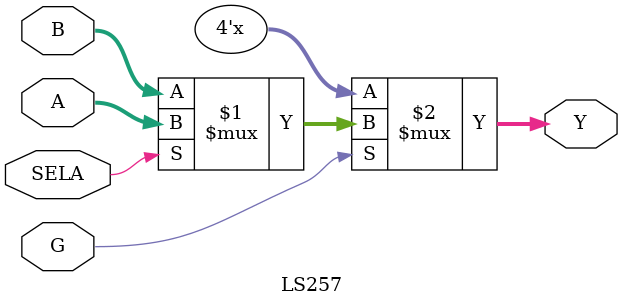
<source format=v>
`timescale 1ns / 1ps
module LS257(
        input wire G,
        input wire SELA,
        input wire [3:0] A,
        input wire [3:0] B,
        output wire [3:0] Y
    );

	assign Y = G ? (SELA ? A : B) : 4'bZ;

endmodule

</source>
